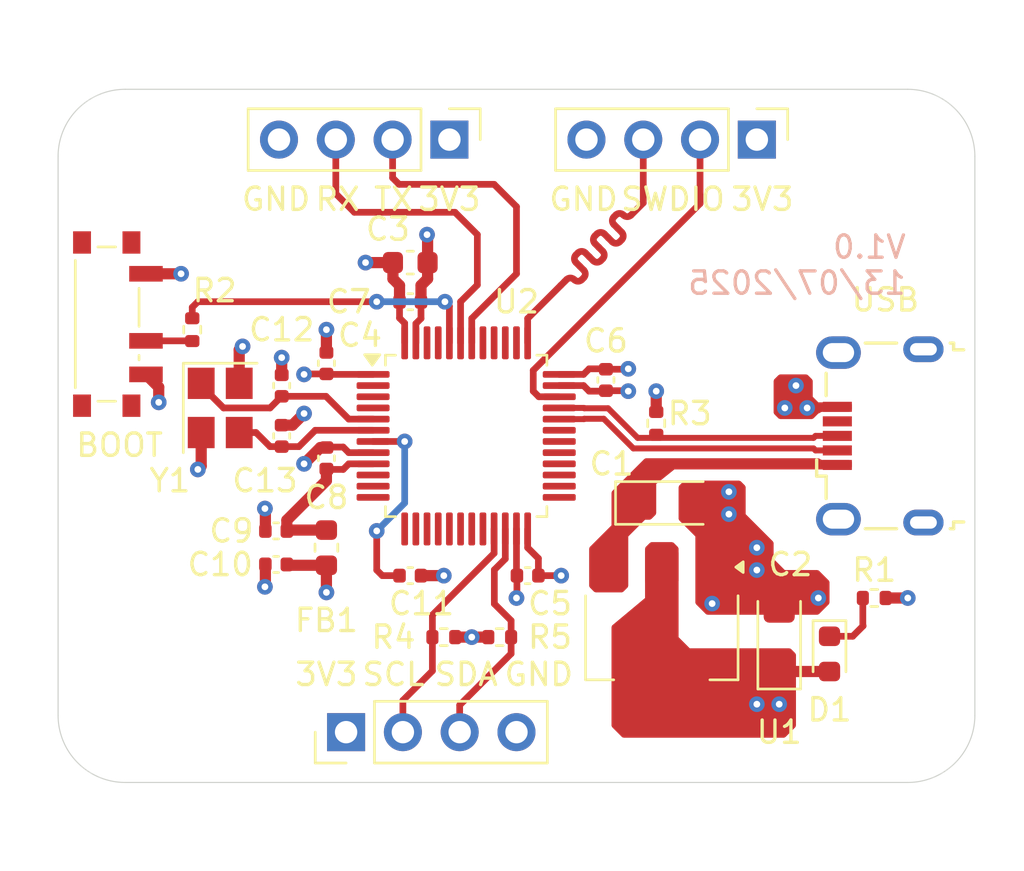
<source format=kicad_pcb>
(kicad_pcb (version 20241229) (generator "pcbnew") (generator_version "9.0")
  (title_block (title "STM32 Demo Board") (date "2025-06-12") (rev "1") (company "Ing. Andrés Chaparro"))
  (layers (0 "F.Cu" signal) (4 "In1.Cu" signal) (6 "In2.Cu" signal) (2 "B.Cu" signal) (13 "F.Paste" user) (15 "B.Paste" user) (5 "F.SilkS" user "F.Silkscreen") (7 "B.SilkS" user "B.Silkscreen") (1 "F.Mask" user) (3 "B.Mask" user) (25 "Edge.Cuts" user))
  (net 0 "")
  (net 1 "VBUS")
  (net 2 "GND")
  (net 3 "+3.3V")
  (net 4 "+3.3VA")
  (net 5 "/NRST")
  (net 6 "/HSE_IN")
  (net 7 "/HSE_OUT")
  (net 8 "/PWR_LED_K")
  (net 9 "/USB_D-")
  (net 11 "/USB_D+")
  (net 16 "/USART1_TX")
  (net 17 "/USART1_RX")
  (net 18 "/SWDIO")
  (net 19 "/SWCLK")
  (net 20 "/I2C2_SCL")
  (net 21 "/I2C2_SDA")
  (net 22 "/SW_BOOT0")
  (net 23 "/BOOT0")
  (footprint "Resistor_SMD:R_0402_1005Metric" (layer "F.Cu") (at 146.75 84 180)
    (property "Reference" "R4" (at 2.25 0 0) (layer "F.SilkS"))
    (property "Value" "2k2")
    (pad "1" smd roundrect (at -0.51 0 180) (size 0.54 0.64) (layers "F.Cu" "F.Mask" "F.Paste") (net 3 "+3.3V"))
    (pad "2" smd roundrect (at 0.51 0 180) (size 0.54 0.64) (layers "F.Cu" "F.Mask" "F.Paste") (net 20 "/I2C2_SCL"))
  )
  (footprint "Resistor_SMD:R_0402_1005Metric" (layer "F.Cu") (at 149.25 84)
    (property "Reference" "R5" (at 2.25 0 0) (layer "F.SilkS"))
    (property "Value" "2k2")
    (pad "1" smd roundrect (at -0.51 0) (size 0.54 0.64) (layers "F.Cu" "F.Mask" "F.Paste") (net 3 "+3.3V"))
    (pad "2" smd roundrect (at 0.51 0) (size 0.54 0.64) (layers "F.Cu" "F.Mask" "F.Paste") (net 21 "/I2C2_SDA"))
  )
  (footprint "Capacitor_SMD:C_0402_1005Metric" (layer "F.Cu") (at 145.25 69)
    (property "Reference" "C7" (at -2.75 0 0) (layer "F.SilkS"))
    (property "Value" "0.1u")
    (pad "1" smd roundrect (at -0.48 0) (size 0.56 0.62) (layers "F.Cu" "F.Mask" "F.Paste") (net 3 "+3.3V"))
    (pad "2" smd roundrect (at 0.48 0) (size 0.56 0.62) (layers "F.Cu" "F.Mask" "F.Paste") (net 2 "GND"))
  )
  (footprint "Capacitor_SMD:C_0402_1005Metric" (layer "F.Cu") (at 145.25 81.25)
    (property "Reference" "C11" (at 0.5 1.25 0) (layer "F.SilkS"))
    (property "Value" "0.1u")
    (pad "1" smd roundrect (at -0.48 0) (size 0.56 0.62) (layers "F.Cu" "F.Mask" "F.Paste") (net 5 "/NRST"))
    (pad "2" smd roundrect (at 0.48 0) (size 0.56 0.62) (layers "F.Cu" "F.Mask" "F.Paste") (net 2 "GND"))
  )
  (footprint "Inductor_SMD:L_0603_1608Metric" (layer "F.Cu") (at 141.5 80 -90)
    (property "Reference" "FB1" (at 3.25 0 180) (layer "F.SilkS"))
    (property "Value" "600R")
    (pad "1" smd roundrect (at -0.7875 0 270) (size 0.875 0.95) (layers "F.Cu" "F.Mask" "F.Paste") (net 4 "+3.3VA"))
    (pad "2" smd roundrect (at 0.7875 0 270) (size 0.875 0.95) (layers "F.Cu" "F.Mask" "F.Paste") (net 3 "+3.3V"))
  )
  (footprint "Capacitor_SMD:C_0402_1005Metric" (layer "F.Cu") (at 139.5 72.75 90)
    (property "Reference" "C12" (at 2.5 0 180) (layer "F.SilkS"))
    (property "Value" "15p")
    (pad "1" smd roundrect (at -0.48 0 90) (size 0.56 0.62) (layers "F.Cu" "F.Mask" "F.Paste") (net 6 "/HSE_IN"))
    (pad "2" smd roundrect (at 0.48 0 90) (size 0.56 0.62) (layers "F.Cu" "F.Mask" "F.Paste") (net 2 "GND"))
  )
  (footprint "MountingHole:MountingHole_2.2mm_M2" (layer "F.Cu") (at 167.5 62.5)
    (property "Reference" "H3")
    (property "Value" "MountingHole")
    (pad "" np_thru_hole circle (at 0 0) (size 2.2 2.2) (drill 2.2) (layers "*.Cu" "*.Mask"))
  )
  (footprint "Crystal:Crystal_SMD_3225-4Pin_3.2x2.5mm" (layer "F.Cu") (at 136.75 73.75 -90)
    (property "Reference" "Y1" (at 3.25 2.25 180) (layer "F.SilkS"))
    (property "Value" "8MHz")
    (pad "1" smd rect (at -1.1 0.85 270) (size 1.4 1.2) (layers "F.Cu" "F.Mask" "F.Paste") (net 6 "/HSE_IN"))
    (pad "2" smd rect (at 1.1 0.85 270) (size 1.4 1.2) (layers "F.Cu" "F.Mask" "F.Paste") (net 2 "GND"))
    (pad "3" smd rect (at 1.1 -0.85 270) (size 1.4 1.2) (layers "F.Cu" "F.Mask" "F.Paste") (net 7 "/HSE_OUT"))
    (pad "4" smd rect (at -1.1 -0.85 270) (size 1.4 1.2) (layers "F.Cu" "F.Mask" "F.Paste") (net 2 "GND"))
  )
  (footprint "Connector_PinHeader_2.54mm:PinHeader_1x04_P2.54mm_Vertical" (layer "F.Cu") (at 142.38 88.25 90)
    (property "Reference" "J4")
    (property "Value" "Conn_01x04_Pin")
    (pad "1" thru_hole rect (at 0 0 90) (size 1.7 1.7) (drill 1) (layers "*.Cu" "*.Mask") (net 3 "+3.3V"))
    (pad "2" thru_hole circle (at 0 2.54 90) (size 1.7 1.7) (drill 1) (layers "*.Cu" "*.Mask") (net 20 "/I2C2_SCL"))
    (pad "3" thru_hole circle (at 0 5.08 90) (size 1.7 1.7) (drill 1) (layers "*.Cu" "*.Mask") (net 21 "/I2C2_SDA"))
    (pad "4" thru_hole circle (at 0 7.62 90) (size 1.7 1.7) (drill 1) (layers "*.Cu" "*.Mask") (net 2 "GND"))
  )
  (footprint "Capacitor_SMD:C_0402_1005Metric" (layer "F.Cu") (at 154 72.5 -90)
    (property "Reference" "C6" (at -1.75 0 180) (layer "F.SilkS"))
    (property "Value" "0.1u")
    (pad "1" smd roundrect (at -0.48 0 270) (size 0.56 0.62) (layers "F.Cu" "F.Mask" "F.Paste") (net 3 "+3.3V"))
    (pad "2" smd roundrect (at 0.48 0 270) (size 0.56 0.62) (layers "F.Cu" "F.Mask" "F.Paste") (net 2 "GND"))
  )
  (footprint "Capacitor_Tantalum_SMD:CP_EIA-3216-18_Kemet-A" (layer "F.Cu") (at 156.75 78)
    (property "Reference" "C1" (at -2.5 -1.75 0) (layer "F.SilkS"))
    (property "Value" "22u")
    (pad "1" smd roundrect (at -1.3525 0) (size 1.415 1.39) (layers "F.Cu" "F.Mask" "F.Paste") (roundrect_rratio 0.179856) (net 1 "VBUS"))
    (pad "2" smd roundrect (at 1.3525 0) (size 1.415 1.39) (layers "F.Cu" "F.Mask" "F.Paste") (roundrect_rratio 0.179856) (net 2 "GND"))
  )
  (footprint "Package_QFP:LQFP-48_7x7mm_P0.5mm" (layer "F.Cu") (at 147.75 75)
    (property "Reference" "U2" (at 2.25 -6 0) (layer "F.SilkS"))
    (property "Value" "STM32F103C8T6")
    (pad "1" smd roundrect (at -4.1625 -2.75) (size 1.475 0.3) (layers "F.Cu" "F.Mask" "F.Paste") (net 3 "+3.3V"))
    (pad "2" smd roundrect (at -4.1625 -2.25) (size 1.475 0.3) (layers "F.Cu" "F.Mask" "F.Paste"))
    (pad "3" smd roundrect (at -4.1625 -1.75) (size 1.475 0.3) (layers "F.Cu" "F.Mask" "F.Paste"))
    (pad "4" smd roundrect (at -4.1625 -1.25) (size 1.475 0.3) (layers "F.Cu" "F.Mask" "F.Paste"))
    (pad "5" smd roundrect (at -4.1625 -0.75) (size 1.475 0.3) (layers "F.Cu" "F.Mask" "F.Paste") (net 6 "/HSE_IN"))
    (pad "6" smd roundrect (at -4.1625 -0.25) (size 1.475 0.3) (layers "F.Cu" "F.Mask" "F.Paste") (net 7 "/HSE_OUT"))
    (pad "7" smd roundrect (at -4.1625 0.25) (size 1.475 0.3) (layers "F.Cu" "F.Mask" "F.Paste") (net 5 "/NRST"))
    (pad "8" smd roundrect (at -4.1625 0.75) (size 1.475 0.3) (layers "F.Cu" "F.Mask" "F.Paste") (net 2 "GND"))
    (pad "9" smd roundrect (at -4.1625 1.25) (size 1.475 0.3) (layers "F.Cu" "F.Mask" "F.Paste") (net 4 "+3.3VA"))
    (pad "10" smd roundrect (at -4.1625 1.75) (size 1.475 0.3) (layers "F.Cu" "F.Mask" "F.Paste"))
    (pad "11" smd roundrect (at -4.1625 2.25) (size 1.475 0.3) (layers "F.Cu" "F.Mask" "F.Paste"))
    (pad "12" smd roundrect (at -4.1625 2.75) (size 1.475 0.3) (layers "F.Cu" "F.Mask" "F.Paste"))
    (pad "13" smd roundrect (at -2.75 4.1625) (size 0.3 1.475) (layers "F.Cu" "F.Mask" "F.Paste"))
    (pad "14" smd roundrect (at -2.25 4.1625) (size 0.3 1.475) (layers "F.Cu" "F.Mask" "F.Paste"))
    (pad "15" smd roundrect (at -1.75 4.1625) (size 0.3 1.475) (layers "F.Cu" "F.Mask" "F.Paste"))
    (pad "16" smd roundrect (at -1.25 4.1625) (size 0.3 1.475) (layers "F.Cu" "F.Mask" "F.Paste"))
    (pad "17" smd roundrect (at -0.75 4.1625) (size 0.3 1.475) (layers "F.Cu" "F.Mask" "F.Paste"))
    (pad "18" smd roundrect (at -0.25 4.1625) (size 0.3 1.475) (layers "F.Cu" "F.Mask" "F.Paste"))
    (pad "19" smd roundrect (at 0.25 4.1625) (size 0.3 1.475) (layers "F.Cu" "F.Mask" "F.Paste"))
    (pad "20" smd roundrect (at 0.75 4.1625) (size 0.3 1.475) (layers "F.Cu" "F.Mask" "F.Paste"))
    (pad "21" smd roundrect (at 1.25 4.1625) (size 0.3 1.475) (layers "F.Cu" "F.Mask" "F.Paste") (net 20 "/I2C2_SCL"))
    (pad "22" smd roundrect (at 1.75 4.1625) (size 0.3 1.475) (layers "F.Cu" "F.Mask" "F.Paste") (net 21 "/I2C2_SDA"))
    (pad "23" smd roundrect (at 2.25 4.1625) (size 0.3 1.475) (layers "F.Cu" "F.Mask" "F.Paste") (net 2 "GND"))
    (pad "24" smd roundrect (at 2.75 4.1625) (size 0.3 1.475) (layers "F.Cu" "F.Mask" "F.Paste") (net 3 "+3.3V"))
    (pad "25" smd roundrect (at 4.1625 2.75) (size 1.475 0.3) (layers "F.Cu" "F.Mask" "F.Paste"))
    (pad "26" smd roundrect (at 4.1625 2.25) (size 1.475 0.3) (layers "F.Cu" "F.Mask" "F.Paste"))
    (pad "27" smd roundrect (at 4.1625 1.75) (size 1.475 0.3) (layers "F.Cu" "F.Mask" "F.Paste"))
    (pad "28" smd roundrect (at 4.1625 1.25) (size 1.475 0.3) (layers "F.Cu" "F.Mask" "F.Paste"))
    (pad "29" smd roundrect (at 4.1625 0.75) (size 1.475 0.3) (layers "F.Cu" "F.Mask" "F.Paste"))
    (pad "30" smd roundrect (at 4.1625 0.25) (size 1.475 0.3) (layers "F.Cu" "F.Mask" "F.Paste"))
    (pad "31" smd roundrect (at 4.1625 -0.25) (size 1.475 0.3) (layers "F.Cu" "F.Mask" "F.Paste"))
    (pad "32" smd roundrect (at 4.1625 -0.75) (size 1.475 0.3) (layers "F.Cu" "F.Mask" "F.Paste") (net 9 "/USB_D-"))
    (pad "33" smd roundrect (at 4.1625 -1.25) (size 1.475 0.3) (layers "F.Cu" "F.Mask" "F.Paste") (net 11 "/USB_D+"))
    (pad "34" smd roundrect (at 4.1625 -1.75) (size 1.475 0.3) (layers "F.Cu" "F.Mask" "F.Paste") (net 18 "/SWDIO"))
    (pad "35" smd roundrect (at 4.1625 -2.25) (size 1.475 0.3) (layers "F.Cu" "F.Mask" "F.Paste") (net 2 "GND"))
    (pad "36" smd roundrect (at 4.1625 -2.75) (size 1.475 0.3) (layers "F.Cu" "F.Mask" "F.Paste") (net 3 "+3.3V"))
    (pad "37" smd roundrect (at 2.75 -4.1625) (size 0.3 1.475) (layers "F.Cu" "F.Mask" "F.Paste") (net 19 "/SWCLK"))
    (pad "38" smd roundrect (at 2.25 -4.1625) (size 0.3 1.475) (layers "F.Cu" "F.Mask" "F.Paste"))
    (pad "39" smd roundrect (at 1.75 -4.1625) (size 0.3 1.475) (layers "F.Cu" "F.Mask" "F.Paste"))
    (pad "40" smd roundrect (at 1.25 -4.1625) (size 0.3 1.475) (layers "F.Cu" "F.Mask" "F.Paste"))
    (pad "41" smd roundrect (at 0.75 -4.1625) (size 0.3 1.475) (layers "F.Cu" "F.Mask" "F.Paste"))
    (pad "42" smd roundrect (at 0.25 -4.1625) (size 0.3 1.475) (layers "F.Cu" "F.Mask" "F.Paste") (net 16 "/USART1_TX"))
    (pad "43" smd roundrect (at -0.25 -4.1625) (size 0.3 1.475) (layers "F.Cu" "F.Mask" "F.Paste") (net 17 "/USART1_RX"))
    (pad "44" smd roundrect (at -0.75 -4.1625) (size 0.3 1.475) (layers "F.Cu" "F.Mask" "F.Paste") (net 23 "/BOOT0"))
    (pad "45" smd roundrect (at -1.25 -4.1625) (size 0.3 1.475) (layers "F.Cu" "F.Mask" "F.Paste"))
    (pad "46" smd roundrect (at -1.75 -4.1625) (size 0.3 1.475) (layers "F.Cu" "F.Mask" "F.Paste"))
    (pad "47" smd roundrect (at -2.25 -4.1625) (size 0.3 1.475) (layers "F.Cu" "F.Mask" "F.Paste") (net 2 "GND"))
    (pad "48" smd roundrect (at -2.75 -4.1625) (size 0.3 1.475) (layers "F.Cu" "F.Mask" "F.Paste") (net 3 "+3.3V"))
  )
  (footprint "Capacitor_SMD:C_0402_1005Metric" (layer "F.Cu") (at 139.25 79.25 180)
    (property "Reference" "C9" (at 2 0 0) (layer "F.SilkS"))
    (property "Value" "1u")
    (pad "1" smd roundrect (at -0.48 0 180) (size 0.56 0.62) (layers "F.Cu" "F.Mask" "F.Paste") (net 4 "+3.3VA"))
    (pad "2" smd roundrect (at 0.48 0 180) (size 0.56 0.62) (layers "F.Cu" "F.Mask" "F.Paste") (net 2 "GND"))
  )
  (footprint "Resistor_SMD:R_0402_1005Metric" (layer "F.Cu") (at 156.25 74.44 -90)
    (property "Reference" "R3" (at -0.44 -1.5 0) (layer "F.SilkS"))
    (property "Value" "1k5")
    (pad "1" smd roundrect (at -0.51 0 270) (size 0.54 0.64) (layers "F.Cu" "F.Mask" "F.Paste") (net 3 "+3.3V"))
    (pad "2" smd roundrect (at 0.51 0 270) (size 0.54 0.64) (layers "F.Cu" "F.Mask" "F.Paste") (net 11 "/USB_D+"))
  )
  (footprint "LED_SMD:LED_0603_1608Metric" (layer "F.Cu") (at 164 84.75 -90)
    (property "Reference" "D1" (at 2.5 0 180) (layer "F.SilkS"))
    (property "Value" "RED")
    (pad "1" smd roundrect (at -0.7875 0 270) (size 0.875 0.95) (layers "F.Cu" "F.Mask" "F.Paste") (net 8 "/PWR_LED_K"))
    (pad "2" smd roundrect (at 0.7875 0 270) (size 0.875 0.95) (layers "F.Cu" "F.Mask" "F.Paste") (net 3 "+3.3V"))
  )
  (footprint "MountingHole:MountingHole_2.2mm_M2" (layer "F.Cu") (at 132.5 87.5)
    (property "Reference" "H2")
    (property "Value" "MountingHole")
    (pad "" np_thru_hole circle (at 0 0) (size 2.2 2.2) (drill 2.2) (layers "*.Cu" "*.Mask"))
  )
  (footprint "Connector_PinHeader_2.54mm:PinHeader_1x04_P2.54mm_Vertical" (layer "F.Cu") (at 147 61.75 -90)
    (property "Reference" "J2")
    (property "Value" "Conn_01x04_Pin")
    (pad "1" thru_hole rect (at 0 0 270) (size 1.7 1.7) (drill 1) (layers "*.Cu" "*.Mask") (net 3 "+3.3V"))
    (pad "2" thru_hole circle (at 0 2.54 270) (size 1.7 1.7) (drill 1) (layers "*.Cu" "*.Mask") (net 16 "/USART1_TX"))
    (pad "3" thru_hole circle (at 0 5.08 270) (size 1.7 1.7) (drill 1) (layers "*.Cu" "*.Mask") (net 17 "/USART1_RX"))
    (pad "4" thru_hole circle (at 0 7.62 270) (size 1.7 1.7) (drill 1) (layers "*.Cu" "*.Mask") (net 2 "GND"))
  )
  (footprint "Resistor_SMD:R_0402_1005Metric" (layer "F.Cu") (at 135.5 70.25 90)
    (property "Reference" "R2" (at 1.75 1 180) (layer "F.SilkS"))
    (property "Value" "10k")
    (pad "1" smd roundrect (at -0.51 0 90) (size 0.54 0.64) (layers "F.Cu" "F.Mask" "F.Paste") (net 22 "/SW_BOOT0"))
    (pad "2" smd roundrect (at 0.51 0 90) (size 0.54 0.64) (layers "F.Cu" "F.Mask" "F.Paste") (net 23 "/BOOT0"))
  )
  (footprint "Connector_PinHeader_2.54mm:PinHeader_1x04_P2.54mm_Vertical" (layer "F.Cu") (at 160.75 61.75 -90)
    (property "Reference" "J3")
    (property "Value" "Conn_01x04_Pin")
    (pad "1" thru_hole rect (at 0 0 270) (size 1.7 1.7) (drill 1) (layers "*.Cu" "*.Mask") (net 3 "+3.3V"))
    (pad "2" thru_hole circle (at 0 2.54 270) (size 1.7 1.7) (drill 1) (layers "*.Cu" "*.Mask") (net 18 "/SWDIO"))
    (pad "3" thru_hole circle (at 0 5.08 270) (size 1.7 1.7) (drill 1) (layers "*.Cu" "*.Mask") (net 19 "/SWCLK"))
    (pad "4" thru_hole circle (at 0 7.62 270) (size 1.7 1.7) (drill 1) (layers "*.Cu" "*.Mask") (net 2 "GND"))
  )
  (footprint "Capacitor_SMD:C_0603_1608Metric" (layer "F.Cu") (at 145.25 67.25)
    (property "Reference" "C3" (at -1 -1.5 0) (layer "F.SilkS"))
    (property "Value" "10u")
    (pad "1" smd roundrect (at -0.775 0) (size 0.9 0.95) (layers "F.Cu" "F.Mask" "F.Paste") (net 3 "+3.3V"))
    (pad "2" smd roundrect (at 0.775 0) (size 0.9 0.95) (layers "F.Cu" "F.Mask" "F.Paste") (net 2 "GND"))
  )
  (footprint "Capacitor_SMD:C_0402_1005Metric" (layer "F.Cu") (at 139.5 75 90)
    (property "Reference" "C13" (at -2 -0.75 0) (layer "F.SilkS"))
    (property "Value" "15p")
    (pad "1" smd roundrect (at -0.48 0 90) (size 0.56 0.62) (layers "F.Cu" "F.Mask" "F.Paste") (net 7 "/HSE_OUT"))
    (pad "2" smd roundrect (at 0.48 0 90) (size 0.56 0.62) (layers "F.Cu" "F.Mask" "F.Paste") (net 2 "GND"))
  )
  (footprint "Capacitor_SMD:C_0402_1005Metric" (layer "F.Cu") (at 139.25 80.75 180)
    (property "Reference" "C10" (at 2.5 0 0) (layer "F.SilkS"))
    (property "Value" "1u")
    (pad "1" smd roundrect (at -0.48 0 180) (size 0.56 0.62) (layers "F.Cu" "F.Mask" "F.Paste") (net 3 "+3.3V"))
    (pad "2" smd roundrect (at 0.48 0 180) (size 0.56 0.62) (layers "F.Cu" "F.Mask" "F.Paste") (net 2 "GND"))
  )
  (footprint "MountingHole:MountingHole_2.2mm_M2" (layer "F.Cu") (at 132.5 62.5)
    (property "Reference" "H1")
    (property "Value" "MountingHole")
    (pad "" np_thru_hole circle (at 0 0) (size 2.2 2.2) (drill 2.2) (layers "*.Cu" "*.Mask"))
  )
  (footprint "MountingHole:MountingHole_2.2mm_M2" (layer "F.Cu") (at 167.5 87.5)
    (property "Reference" "H4")
    (property "Value" "MountingHole")
    (pad "" np_thru_hole circle (at 0 0) (size 2.2 2.2) (drill 2.2) (layers "*.Cu" "*.Mask"))
  )
  (footprint "Connector_USB:USB_Micro-B_Wuerth_629105150521" (layer "F.Cu") (at 166.25 75 90)
    (property "Reference" "J1")
    (property "Value" "USB_B_Micro")
    (pad "" np_thru_hole oval (at -2.5 -0.8 90) (size 0.8 0.8) (drill 0.8) (layers "*.Cu" "*.Mask"))
    (pad "" np_thru_hole oval (at 2.5 -0.8 90) (size 0.8 0.8) (drill 0.8) (layers "*.Cu" "*.Mask"))
    (pad "1" smd rect (at -1.3 -1.9 90) (size 0.45 1.3) (layers "F.Cu" "F.Mask" "F.Paste") (net 1 "VBUS"))
    (pad "2" smd rect (at -0.65 -1.9 90) (size 0.45 1.3) (layers "F.Cu" "F.Mask" "F.Paste") (net 9 "/USB_D-"))
    (pad "3" smd rect (at 0 -1.9 90) (size 0.45 1.3) (layers "F.Cu" "F.Mask" "F.Paste") (net 11 "/USB_D+"))
    (pad "4" smd rect (at 0.65 -1.9 90) (size 0.45 1.3) (layers "F.Cu" "F.Mask" "F.Paste"))
    (pad "5" smd rect (at 1.3 -1.9 90) (size 0.45 1.3) (layers "F.Cu" "F.Mask" "F.Paste") (net 2 "GND"))
    (pad "6" thru_hole oval (at -3.875 1.95 90) (size 1.15 1.8) (drill oval 0.55 1.2) (property pad_prop_heatsink) (layers "*.Cu" "*.Mask"))
    (pad "6" thru_hole oval (at -3.725 -1.85 90) (size 1.45 2) (drill oval 0.85 1.4) (property pad_prop_heatsink) (layers "*.Cu" "*.Mask"))
    (pad "6" thru_hole oval (at 3.725 -1.85 90) (size 1.45 2) (drill oval 0.85 1.4) (property pad_prop_heatsink) (layers "*.Cu" "*.Mask"))
    (pad "6" thru_hole oval (at 3.875 1.95 90) (size 1.15 1.8) (drill oval 0.55 1.2) (property pad_prop_heatsink) (layers "*.Cu" "*.Mask"))
  )
  (footprint "Capacitor_SMD:C_0402_1005Metric" (layer "F.Cu") (at 141.5 76 90)
    (property "Reference" "C8" (at -1.75 0 180) (layer "F.SilkS"))
    (property "Value" "0.1u")
    (pad "1" smd roundrect (at -0.48 0 90) (size 0.56 0.62) (layers "F.Cu" "F.Mask" "F.Paste") (net 4 "+3.3VA"))
    (pad "2" smd roundrect (at 0.48 0 90) (size 0.56 0.62) (layers "F.Cu" "F.Mask" "F.Paste") (net 2 "GND"))
  )
  (footprint "Capacitor_SMD:C_0402_1005Metric" (layer "F.Cu") (at 141.5 71.75 90)
    (property "Reference" "C4" (at 1.25 1.5 180) (layer "F.SilkS"))
    (property "Value" "0.1u")
    (pad "1" smd roundrect (at -0.48 0 90) (size 0.56 0.62) (layers "F.Cu" "F.Mask" "F.Paste") (net 3 "+3.3V"))
    (pad "2" smd roundrect (at 0.48 0 90) (size 0.56 0.62) (layers "F.Cu" "F.Mask" "F.Paste") (net 2 "GND"))
  )
  (footprint "Package_TO_SOT_SMD:SOT-223-3_TabPin2" (layer "F.Cu") (at 156.5 84 -90)
    (property "Reference" "U1" (at 4.25 -5.25 180) (layer "F.SilkS"))
    (property "Value" "AMS1117-3.3")
    (pad "1" smd roundrect (at -3.15 -2.3 270) (size 2 1.5) (layers "F.Cu" "F.Mask" "F.Paste") (net 2 "GND"))
    (pad "2" smd roundrect (at -3.15 0 270) (size 2 1.5) (layers "F.Cu" "F.Mask" "F.Paste") (net 3 "+3.3V"))
    (pad "2" smd roundrect (at 3.15 0 270) (size 2 3.8) (layers "F.Cu" "F.Mask" "F.Paste") (net 3 "+3.3V"))
    (pad "3" smd roundrect (at -3.15 2.3 270) (size 2 1.5) (layers "F.Cu" "F.Mask" "F.Paste") (net 1 "VBUS"))
  )
  (footprint "Capacitor_SMD:C_0402_1005Metric" (layer "F.Cu") (at 150.5 81.25 180)
    (property "Reference" "C5" (at -1 -1.25 0) (layer "F.SilkS"))
    (property "Value" "0.1u")
    (pad "1" smd roundrect (at -0.48 0 180) (size 0.56 0.62) (layers "F.Cu" "F.Mask" "F.Paste") (net 3 "+3.3V"))
    (pad "2" smd roundrect (at 0.48 0 180) (size 0.56 0.62) (layers "F.Cu" "F.Mask" "F.Paste") (net 2 "GND"))
  )
  (footprint "Button_Switch_SMD:SW_SPDT_PCM12" (layer "F.Cu") (at 132 70 -90)
    (property "Reference" "SW1")
    (property "Value" "SW_SPDT")
    (pad "" smd rect (at -3.65 -0.78 270) (size 1 0.8) (layers "F.Cu" "F.Mask" "F.Paste"))
    (pad "" smd rect (at -3.65 1.43 270) (size 1 0.8) (layers "F.Cu" "F.Mask" "F.Paste"))
    (pad "" np_thru_hole circle (at -1.5 0.33 270) (size 0.9 0.9) (drill 0.9) (layers "*.Cu" "*.Mask"))
    (pad "" np_thru_hole circle (at 1.5 0.33 270) (size 0.9 0.9) (drill 0.9) (layers "*.Cu" "*.Mask"))
    (pad "" smd rect (at 3.65 -0.78 270) (size 1 0.8) (layers "F.Cu" "F.Mask" "F.Paste"))
    (pad "" smd rect (at 3.65 1.43 270) (size 1 0.8) (layers "F.Cu" "F.Mask" "F.Paste"))
    (pad "1" smd rect (at -2.25 -1.43 270) (size 0.7 1.5) (layers "F.Cu" "F.Mask" "F.Paste") (net 2 "GND"))
    (pad "2" smd rect (at 0.75 -1.43 270) (size 0.7 1.5) (layers "F.Cu" "F.Mask" "F.Paste") (net 22 "/SW_BOOT0"))
    (pad "3" smd rect (at 2.25 -1.43 270) (size 0.7 1.5) (layers "F.Cu" "F.Mask" "F.Paste") (net 3 "+3.3V"))
  )
  (footprint "Resistor_SMD:R_0402_1005Metric" (layer "F.Cu") (at 166 82.25)
    (property "Reference" "R1" (at 0 -1.25 0) (layer "F.SilkS"))
    (property "Value" "1k")
    (pad "1" smd roundrect (at -0.51 0) (size 0.54 0.64) (layers "F.Cu" "F.Mask" "F.Paste") (net 8 "/PWR_LED_K"))
    (pad "2" smd roundrect (at 0.51 0) (size 0.54 0.64) (layers "F.Cu" "F.Mask" "F.Paste") (net 2 "GND"))
  )
  (footprint "Capacitor_Tantalum_SMD:CP_EIA-3216-18_Kemet-A" (layer "F.Cu") (at 161.75 84 90)
    (property "Reference" "C2" (at 3.25 0.5 180) (layer "F.SilkS"))
    (property "Value" "22u")
    (pad "1" smd roundrect (at -1.3525 0 90) (size 1.415 1.39) (layers "F.Cu" "F.Mask" "F.Paste") (roundrect_rratio 0.179856) (net 3 "+3.3V"))
    (pad "2" smd roundrect (at 1.3525 0 90) (size 1.415 1.39) (layers "F.Cu" "F.Mask" "F.Paste") (roundrect_rratio 0.179856) (net 2 "GND"))
  )
  (gr_arc (start 167.5 59.5) (mid 169.62132 60.37868) (end 170.5 62.5) (stroke (width 0.05)) (layer "Edge.Cuts"))
  (gr_line (start 129.5 62.5) (end 129.5 87.5) (stroke (width 0.05)) (layer "Edge.Cuts"))
  (gr_arc (start 170.5 87.5) (mid 169.62132 89.62132) (end 167.5 90.5) (stroke (width 0.05)) (layer "Edge.Cuts"))
  (gr_arc (start 132.5 90.5) (mid 130.37868 89.62132) (end 129.5 87.5) (stroke (width 0.05)) (layer "Edge.Cuts"))
  (gr_line (start 167.5 59.5) (end 132.5 59.5) (stroke (width 0.05)) (layer "Edge.Cuts"))
  (gr_arc (start 129.5 62.5) (mid 130.37868 60.37868) (end 132.5 59.5) (stroke (width 0.05)) (layer "Edge.Cuts"))
  (gr_line (start 132.5 90.5) (end 167.5 90.5) (stroke (width 0.05)) (layer "Edge.Cuts"))
  (gr_line (start 170.5 87.5) (end 170.5 62.5) (stroke (width 0.05)) (layer "Edge.Cuts"))
  (gr_text "SWDIO" (at 157 65 0) (layer "F.SilkS") (effects (font (size 1 1)) (justify bottom)))
  (gr_text "GND" (at 151 86.25 0) (layer "F.SilkS") (effects (font (size 1 1)) (justify bottom)))
  (gr_text "RX" (at 142 65 0) (layer "F.SilkS") (effects (font (size 1 1)) (justify bottom)))
  (gr_text "USB" (at 166.5 69.5 0) (layer "F.SilkS") (effects (font (size 1 1)) (justify bottom)))
  (gr_text "BOOT" (at 132.25 76 0) (layer "F.SilkS") (effects (font (size 1 1)) (justify bottom)))
  (gr_text "TX" (at 144.5 65 0) (layer "F.SilkS") (effects (font (size 1 1)) (justify bottom)))
  (gr_text "GND" (at 153 65 0) (layer "F.SilkS") (effects (font (size 1 1)) (justify bottom)))
  (gr_text "3V3" (at 161 65 0) (layer "F.SilkS") (effects (font (size 1 1)) (justify bottom)))
  (gr_text "3V3" (at 141.5 86.25 0) (layer "F.SilkS") (effects (font (size 1 1)) (justify bottom)))
  (gr_text "GND" (at 139.25 65 0) (layer "F.SilkS") (effects (font (size 1 1)) (justify bottom)))
  (gr_text "SCL" (at 144.5 86.25 0) (layer "F.SilkS") (effects (font (size 1 1)) (justify bottom)))
  (gr_text "3V3" (at 147 65 0) (layer "F.SilkS") (effects (font (size 1 1)) (justify bottom)))
  (gr_text "SDA" (at 147.75 86.25 0) (layer "F.SilkS") (effects (font (size 1 1)) (justify bottom)))
  (gr_text "V1.0\n13/07/2025" (at 167.5 68.75 0) (layer "B.SilkS") (effects (font (size 1 1)) (justify left bottom mirror)))
  (segment (start 145.73 68.27) (end 145.73 69) (width 0.5) (layer "F.Cu") (net 2))
  (segment (start 139.98 74.52) (end 140.5 74) (width 0.5) (layer "F.Cu") (net 2))
  (segment (start 153.98 73) (end 154 72.98) (width 0.3) (layer "F.Cu") (net 2))
  (segment (start 141.23 75.52) (end 141.5 75.52) (width 0.5) (layer "F.Cu") (net 2))
  (segment (start 137.6 71.15) (end 137.75 71) (width 0.5) (layer "F.Cu") (net 2))
  (segment (start 145.5 70.8375) (end 145.5 69.98) (width 0.3) (layer "F.Cu") (net 2))
  (segment (start 146.025 67.25) (end 146.025 66.025) (width 0.5) (layer "F.Cu") (net 2))
  (segment (start 138.77 78.27) (end 138.75 78.25) (width 0.5) (layer "F.Cu") (net 2))
  (segment (start 150.02 81.25) (end 150.02 82.23) (width 0.3) (layer "F.Cu") (net 2))
  (segment (start 139.5 74.52) (end 139.98 74.52) (width 0.5) (layer "F.Cu") (net 2))
  (segment (start 146.025 67.975) (end 145.73 68.27) (width 0.5) (layer "F.Cu") (net 2))
  (segment (start 154 72.98) (end 154.98 72.98) (width 0.3) (layer "F.Cu") (net 2))
  (segment (start 137.6 72.65) (end 137.6 71.15) (width 0.5) (layer "F.Cu") (net 2))
  (segment (start 141.52 75.5) (end 141.5 75.52) (width 0.3) (layer "F.Cu") (net 2))
  (segment (start 145.73 69.75) (end 145.73 69) (width 0.3) (layer "F.Cu") (net 2))
  (segment (start 151.9125 72.75) (end 153 72.75) (width 0.3) (layer "F.Cu") (net 2))
  (segment (start 142.5 75.75) (end 142.25 75.5) (width 0.3) (layer "F.Cu") (net 2))
  (segment (start 146.025 67.25) (end 146.025 67.975) (width 0.5) (layer "F.Cu") (net 2))
  (segment (start 135.9 76.35) (end 135.75 76.5) (width 0.5) (layer "F.Cu") (net 2))
  (segment (start 133.43 67.75) (end 135 67.75) (width 0.5) (layer "F.Cu") (net 2))
  (segment (start 150.02 82.23) (end 150 82.25) (width 0.3) (layer "F.Cu") (net 2))
  (segment (start 145.73 81.25) (end 146.75 81.25) (width 0.5) (layer "F.Cu") (net 2))
  (segment (start 153 72.75) (end 153.25 73) (width 0.3) (layer "F.Cu") (net 2))
  (segment (start 150 81.23) (end 150.02 81.25) (width 0.3) (layer "F.Cu") (net 2))
  (segment (start 143.5875 75.75) (end 142.5 75.75) (width 0.3) (layer "F.Cu") (net 2))
  (segment (start 142.25 75.5) (end 141.52 75.5) (width 0.3) (layer "F.Cu") (net 2))
  (segment (start 146.025 66.025) (end 146 66) (width 0.5) (layer "F.Cu") (net 2))
  (segment (start 135.9 74.85) (end 135.9 76.35) (width 0.5) (layer "F.Cu") (net 2))
  (segment (start 145.5 69.98) (end 145.73 69.75) (width 0.3) (layer "F.Cu") (net 2))
  (segment (start 153.25 73) (end 153.98 73) (width 0.3) (layer "F.Cu") (net 2))
  (segment (start 141.5 71.27) (end 141.5 70.25) (width 0.5) (layer "F.Cu") (net 2))
  (segment (start 166.51 82.25) (end 167.5 82.25) (width 0.5) (layer "F.Cu") (net 2))
  (segment (start 139.5 72.27) (end 139.5 71.5) (width 0.5) (layer "F.Cu") (net 2))
  (segment (start 138.77 79.25) (end 138.77 78.27) (width 0.5) (layer "F.Cu") (net 2))
  (segment (start 140.5 76.25) (end 141.23 75.52) (width 0.5) (layer "F.Cu") (net 2))
  (segment (start 154.98 72.98) (end 155 73) (width 0.3) (layer "F.Cu") (net 2))
  (segment (start 150 79.1625) (end 150 81.23) (width 0.3) (layer "F.Cu") (net 2))
  (segment (start 138.77 80.75) (end 138.77 81.73) (width 0.5) (layer "F.Cu") (net 2))
  (segment (start 138.77 81.73) (end 138.75 81.75) (width 0.5) (layer "F.Cu") (net 2))
  (via (at 155 73) (size 0.7) (drill 0.3) (layers "F.Cu" "B.Cu") (net 2))
  (via (at 135 67.75) (size 0.7) (drill 0.3) (layers "F.Cu" "B.Cu") (net 2))
  (via (at 135.75 76.5) (size 0.7) (drill 0.3) (layers "F.Cu" "B.Cu") (net 2))
  (via (at 159.5 78.5) (size 0.7) (drill 0.3) (layers "F.Cu" "B.Cu") (net 2))
  (via (at 163.5 82.25) (size 0.7) (drill 0.3) (layers "F.Cu" "B.Cu") (net 2))
  (via (at 163 73.75) (size 0.7) (drill 0.3) (layers "F.Cu" "B.Cu") (net 2))
  (via (at 162.5 72.75) (size 0.7) (drill 0.3) (layers "F.Cu" "B.Cu") (net 2))
  (via (at 146.75 81.25) (size 0.7) (drill 0.3) (layers "F.Cu" "B.Cu") (net 2))
  (via (at 140.5 74) (size 0.7) (drill 0.3) (layers "F.Cu" "B.Cu") (net 2))
  (via (at 141.5 70.25) (size 0.7) (drill 0.3) (layers "F.Cu" "B.Cu") (net 2))
  (via (at 137.75 71) (size 0.7) (drill 0.3) (layers "F.Cu" "B.Cu") (net 2))
  (via (at 138.75 78.25) (size 0.7) (drill 0.3) (layers "F.Cu" "B.Cu") (net 2))
  (via (at 160.75 81) (size 0.7) (drill 0.3) (layers "F.Cu" "B.Cu") (net 2))
  (via (at 158.75 82.5) (size 0.7) (drill 0.3) (layers "F.Cu" "B.Cu") (net 2))
  (via (at 140.5 76.25) (size 0.7) (drill 0.3) (layers "F.Cu" "B.Cu") (net 2))
  (via (at 159.5 77.5) (size 0.7) (drill 0.3) (layers "F.Cu" "B.Cu") (net 2))
  (via (at 139.5 71.5) (size 0.7) (drill 0.3) (layers "F.Cu" "B.Cu") (net 2))
  (via (at 160.75 80) (size 0.7) (drill 0.3) (layers "F.Cu" "B.Cu") (net 2))
  (via (at 146 66) (size 0.7) (drill 0.3) (layers "F.Cu" "B.Cu") (net 2))
  (via (at 138.75 81.75) (size 0.7) (drill 0.3) (layers "F.Cu" "B.Cu") (net 2))
  (via (at 150 82.25) (size 0.7) (drill 0.3) (layers "F.Cu" "B.Cu") (net 2))
  (via (at 167.5 82.25) (size 0.7) (drill 0.3) (layers "F.Cu" "B.Cu") (net 2))
  (via (at 162 73.75) (size 0.7) (drill 0.3) (layers "F.Cu" "B.Cu") (net 2))
  (segment (start 153.25 72) (end 153.98 72) (width 0.3) (layer "F.Cu") (net 3))
  (segment (start 148 84) (end 148.74 84) (width 0.5) (layer "F.Cu") (net 3))
  (segment (start 164 85.5375) (end 161.935 85.5375) (width 0.5) (layer "F.Cu") (net 3))
  (segment (start 153.98 72) (end 154 72.02) (width 0.3) (layer "F.Cu") (net 3))
  (segment (start 141.5 72.23) (end 140.52 72.23) (width 0.3) (layer "F.Cu") (net 3))
  (segment (start 150.98 81.25) (end 150.98 80.48) (width 0.3) (layer "F.Cu") (net 3))
  (segment (start 133.43 72.25) (end 134 72.82) (width 0.5) (layer "F.Cu") (net 3))
  (segment (start 143.5875 72.25) (end 141.52 72.25) (width 0.3) (layer "F.Cu") (net 3))
  (segment (start 156.25 73.93) (end 156.25 73) (width 0.5) (layer "F.Cu") (net 3))
  (segment (start 140.52 72.23) (end 140.5 72.25) (width 0.3) (layer "F.Cu") (net 3))
  (segment (start 141.5 80.7875) (end 139.7675 80.7875) (width 0.5) (layer "F.Cu") (net 3))
  (segment (start 161.935 85.5375) (end 161.75 85.3525) (width 0.5) (layer "F.Cu") (net 3))
  (segment (start 144.77 68.27) (end 144.77 69) (width 0.5) (layer "F.Cu") (net 3))
  (segment (start 145 69.96) (end 144.77 69.73) (width 0.3) (layer "F.Cu") (net 3))
  (segment (start 144.475 67.25) (end 143.25 67.25) (width 0.5) (layer "F.Cu") (net 3))
  (segment (start 154.98 72.02) (end 155 72) (width 0.3) (layer "F.Cu") (net 3))
  (segment (start 144.475 67.25) (end 144.475 67.975) (width 0.5) (layer "F.Cu") (net 3))
  (segment (start 147.26 84) (end 148 84) (width 0.5) (layer "F.Cu") (net 3))
  (segment (start 134 72.82) (end 134 73.5) (width 0.5) (layer "F.Cu") (net 3))
  (segment (start 139.7675 80.7875) (end 139.73 80.75) (width 0.5) (layer "F.Cu") (net 3))
  (segment (start 144.77 69.73) (end 144.77 69) (width 0.3) (layer "F.Cu") (net 3))
  (segment (start 144.475 67.975) (end 144.77 68.27) (width 0.5) (layer "F.Cu") (net 3))
  (segment (start 141.52 72.25) (end 141.5 72.23) (width 0.3) (layer "F.Cu") (net 3))
  (segment (start 154 72.02) (end 154.98 72.02) (width 0.3) (layer "F.Cu") (net 3))
  (segment (start 141.5 80.7875) (end 141.5 82) (width 0.5) (layer "F.Cu") (net 3))
  (segment (start 150.98 80.48) (end 150.5 80) (width 0.3) (layer "F.Cu") (net 3))
  (segment (start 153 72.25) (end 153.25 72) (width 0.3) (layer "F.Cu") (net 3))
  (segment (start 151.9125 72.25) (end 153 72.25) (width 0.3) (layer "F.Cu") (net 3))
  (segment (start 150.98 81.25) (end 152 81.25) (width 0.3) (layer "F.Cu") (net 3))
  (segment (start 150.5 80) (end 150.5 79.1625) (width 0.3) (layer "F.Cu") (net 3))
  (segment (start 145 70.8375) (end 145 69.96) (width 0.3) (layer "F.Cu") (net 3))
  (via (at 134 73.5) (size 0.7) (drill 0.3) (layers "F.Cu" "B.Cu") (net 3))
  (via (at 152 81.25) (size 0.7) (drill 0.3) (layers "F.Cu" "B.Cu") (net 3))
  (via (at 140.5 72.25) (size 0.7) (drill 0.3) (layers "F.Cu" "B.Cu") (net 3))
  (via (at 156.25 73) (size 0.7) (drill 0.3) (layers "F.Cu" "B.Cu") (net 3))
  (via (at 141.5 82) (size 0.7) (drill 0.3) (layers "F.Cu" "B.Cu") (net 3))
  (via (at 148 84) (size 0.7) (drill 0.3) (layers "F.Cu" "B.Cu") (net 3))
  (via (at 143.25 67.25) (size 0.7) (drill 0.3) (layers "F.Cu" "B.Cu") (net 3))
  (via (at 155 72) (size 0.7) (drill 0.3) (layers "F.Cu" "B.Cu") (net 3))
  (via (at 161.75 87) (size 0.7) (drill 0.3) (layers "F.Cu" "B.Cu") (net 3))
  (via (at 160.75 87) (size 0.7) (drill 0.3) (layers "F.Cu" "B.Cu") (net 3))
  (segment (start 141.5 77) (end 141.5 76.48) (width 0.5) (layer "F.Cu") (net 4))
  (segment (start 139.7675 79.2125) (end 139.73 79.25) (width 0.5) (layer "F.Cu") (net 4))
  (segment (start 139.73 78.77) (end 141.5 77) (width 0.5) (layer "F.Cu") (net 4))
  (segment (start 139.73 79.25) (end 139.73 78.77) (width 0.5) (layer "F.Cu") (net 4))
  (segment (start 141.52 76.5) (end 141.5 76.48) (width 0.3) (layer "F.Cu") (net 4))
  (segment (start 143.5875 76.25) (end 142.5 76.25) (width 0.3) (layer "F.Cu") (net 4))
  (segment (start 142.5 76.25) (end 142.25 76.5) (width 0.3) (layer "F.Cu") (net 4))
  (segment (start 141.5 79.2125) (end 139.7675 79.2125) (width 0.5) (layer "F.Cu") (net 4))
  (segment (start 142.25 76.5) (end 141.52 76.5) (width 0.3) (layer "F.Cu") (net 4))
  (segment (start 143.75 79.25) (end 143.75 81) (width 0.3) (layer "F.Cu") (net 5))
  (segment (start 143.75 81) (end 144 81.25) (width 0.3) (layer "F.Cu") (net 5))
  (segment (start 144 81.25) (end 144.77 81.25) (width 0.3) (layer "F.Cu") (net 5))
  (segment (start 143.5875 75.25) (end 145 75.25) (width 0.3) (layer "F.Cu") (net 5))
  (via (at 143.75 79.25) (size 0.7) (drill 0.3) (layers "F.Cu" "B.Cu") (net 5))
  (via (at 145 75.25) (size 0.7) (drill 0.3) (layers "F.Cu" "B.Cu") (net 5))
  (segment (start 145 78) (end 143.75 79.25) (width 0.3) (layer "B.Cu") (net 5))
  (segment (start 145 75.25) (end 145 78) (width 0.3) (layer "B.Cu") (net 5))
  (segment (start 135.9 72.75) (end 136.9 73.75) (width 0.3) (layer "F.Cu") (net 6))
  (segment (start 135.9 72.65) (end 135.9 72.75) (width 0.3) (layer "F.Cu") (net 6))
  (segment (start 143.5875 74.25) (end 142.5 74.25) (width 0.3) (layer "F.Cu") (net 6))
  (segment (start 142.5 74.25) (end 141.48 73.23) (width 0.3) (layer "F.Cu") (net 6))
  (segment (start 138.98 73.75) (end 139.5 73.23) (width 0.3) (layer "F.Cu") (net 6))
  (segment (start 136.9 73.75) (end 138.98 73.75) (width 0.3) (layer "F.Cu") (net 6))
  (segment (start 141.48 73.23) (end 139.5 73.23) (width 0.3) (layer "F.Cu") (net 6))
  (segment (start 138.98 75.48) (end 138.35 74.85) (width 0.3) (layer "F.Cu") (net 7))
  (segment (start 139.5 75.48) (end 138.98 75.48) (width 0.3) (layer "F.Cu") (net 7))
  (segment (start 143.5875 74.75) (end 141 74.75) (width 0.3) (layer "F.Cu") (net 7))
  (segment (start 140.27 75.48) (end 139.5 75.48) (width 0.3) (layer "F.Cu") (net 7))
  (segment (start 138.35 74.85) (end 137.6 74.85) (width 0.3) (layer "F.Cu") (net 7))
  (segment (start 141 74.75) (end 140.27 75.48) (width 0.3) (layer "F.Cu") (net 7))
  (segment (start 165.49 83.49) (end 165.49 82.25) (width 0.3) (layer "F.Cu") (net 8))
  (segment (start 164 83.9625) (end 165.0375 83.9625) (width 0.3) (layer "F.Cu") (net 8))
  (segment (start 165.5 83.5) (end 165.49 83.49) (width 0.3) (layer "F.Cu") (net 8))
  (segment (start 165.0375 83.9625) (end 165.5 83.5) (width 0.3) (layer "F.Cu") (net 8))
  (segment (start 153.033551 74.2352) (end 153.902576 74.2352) (width 0.2672) (layer "F.Cu") (net 9))
  (segment (start 153.902576 74.2352) (end 155.227576 75.5602) (width 0.2672) (layer "F.Cu") (net 9))
  (segment (start 163.285199 75.5602) (end 163.374999 75.65) (width 0.2672) (layer "F.Cu") (net 9))
  (segment (start 155.227576 75.5602) (end 163.285199 75.5602) (width 0.2672) (layer "F.Cu") (net 9))
  (segment (start 153.018751 74.25) (end 153.033551 74.2352) (width 0.2672) (layer "F.Cu") (net 9))
  (segment (start 163.374999 75.65) (end 164.35 75.65) (width 0.2672) (layer "F.Cu") (net 9))
  (segment (start 151.9125 74.25) (end 153.018751 74.25) (width 0.2672) (layer "F.Cu") (net 9))
  (segment (start 155.422424 75.0898) (end 163.285199 75.0898) (width 0.2672) (layer "F.Cu") (net 11))
  (segment (start 153.033551 73.7648) (end 154.097424 73.7648) (width 0.2672) (layer "F.Cu") (net 11))
  (segment (start 163.285199 75.0898) (end 163.374999 75) (width 0.2672) (layer "F.Cu") (net 11))
  (segment (start 163.374999 75) (end 164.35 75) (width 0.2672) (layer "F.Cu") (net 11))
  (segment (start 153.018751 73.75) (end 153.033551 73.7648) (width 0.2672) (layer "F.Cu") (net 11))
  (segment (start 154.097424 73.7648) (end 155.422424 75.0898) (width 0.2672) (layer "F.Cu") (net 11))
  (segment (start 151.9125 73.75) (end 153.018751 73.75) (width 0.2672) (layer "F.Cu") (net 11))
  (segment (start 150 64.75) (end 149 63.75) (width 0.3) (layer "F.Cu") (net 16))
  (segment (start 148 70.8375) (end 148 69.75) (width 0.3) (layer "F.Cu") (net 16))
  (segment (start 144.75 63.75) (end 144.46 63.46) (width 0.3) (layer "F.Cu") (net 16))
  (segment (start 144.46 63.46) (end 144.46 61.75) (width 0.3) (layer "F.Cu") (net 16))
  (segment (start 148 69.75) (end 150 67.75) (width 0.3) (layer "F.Cu") (net 16))
  (segment (start 149 63.75) (end 144.75 63.75) (width 0.3) (layer "F.Cu") (net 16))
  (segment (start 150 67.75) (end 150 64.75) (width 0.3) (layer "F.Cu") (net 16))
  (segment (start 148.25 66) (end 147.25 65) (width 0.3) (layer "F.Cu") (net 17))
  (segment (start 142.75 65) (end 141.92 64.17) (width 0.3) (layer "F.Cu") (net 17))
  (segment (start 141.92 64.17) (end 141.92 61.75) (width 0.3) (layer "F.Cu") (net 17))
  (segment (start 148.25 68.25) (end 148.25 66) (width 0.3) (layer "F.Cu") (net 17))
  (segment (start 147.25 65) (end 142.75 65) (width 0.3) (layer "F.Cu") (net 17))
  (segment (start 147.5 69) (end 148.25 68.25) (width 0.3) (layer "F.Cu") (net 17))
  (segment (start 147.5 70.8375) (end 147.5 69) (width 0.3) (layer "F.Cu") (net 17))
  (segment (start 151.9125 73.25) (end 151 73.25) (width 0.3) (layer "F.Cu") (net 18))
  (segment (start 150.75 73) (end 150.75 72.070466) (width 0.3) (layer "F.Cu") (net 18))
  (segment (start 150.75 72.070466) (end 158.21 64.610466) (width 0.3) (layer "F.Cu") (net 18))
  (segment (start 158.21 64.610466) (end 158.21 61.75) (width 0.3) (layer "F.Cu") (net 18))
  (segment (start 151 73.25) (end 150.75 73) (width 0.3) (layer "F.Cu") (net 18))
  (segment (start 152.582571 68.013167) (end 152.579409 68.010005) (width 0.3) (layer "F.Cu") (net 19))
  (segment (start 152.661117 67.24318) (end 152.833967 67.41603) (width 0.3) (layer "F.Cu") (net 19))
  (segment (start 152.833967 67.41603) (end 153.003674 67.585738) (width 0.3) (layer "F.Cu") (net 19))
  (segment (start 154.358187 65.546127) (end 154.361323 65.549263) (width 0.3) (layer "F.Cu") (net 19))
  (segment (start 151.98321 68.26679) (end 150.5 69.75) (width 0.3) (layer "F.Cu") (net 19))
  (segment (start 152.155144 68.094857) (end 151.98321 68.26679) (width 0.3) (layer "F.Cu") (net 19))
  (segment (start 153.682499 66.567501) (end 153.855342 66.740344) (width 0.3) (layer "F.Cu") (net 19))
  (segment (start 154.44304 65.121863) (end 154.358187 65.206715) (width 0.3) (layer "F.Cu") (net 19))
  (segment (start 153.855341 67.079756) (end 153.770488 67.16461) (width 0.3) (layer "F.Cu") (net 19))
  (segment (start 154.785588 65.125) (end 154.782451 65.121863) (width 0.3) (layer "F.Cu") (net 19))
  (segment (start 150.5 69.75) (end 150.5 70.8375) (width 0.3) (layer "F.Cu") (net 19))
  (segment (start 155.67 61.75) (end 155.67 64.58) (width 0.3) (layer "F.Cu") (net 19))
  (segment (start 152.745971 66.818916) (end 152.661117 66.903769) (width 0.3) (layer "F.Cu") (net 19))
  (segment (start 154.279598 66.31607) (end 154.106765 66.143237) (width 0.3) (layer "F.Cu") (net 19))
  (segment (start 152.239997 68.010006) (end 152.155144 68.094857) (width 0.3) (layer "F.Cu") (net 19))
  (segment (start 154.703863 66.231216) (end 154.61901 66.31607) (width 0.3) (layer "F.Cu") (net 19))
  (segment (start 153.258234 66.991768) (end 153.258233 66.991767) (width 0.3) (layer "F.Cu") (net 19))
  (segment (start 153.594545 65.970428) (end 153.509691 66.055281) (width 0.3) (layer "F.Cu") (net 19))
  (segment (start 153.003674 67.585738) (end 153.006836 67.5889) (width 0.3) (layer "F.Cu") (net 19))
  (segment (start 153.431076 67.16461) (end 153.258234 66.991768) (width 0.3) (layer "F.Cu") (net 19))
  (segment (start 155.67 64.58) (end 155.125 65.125) (width 0.3) (layer "F.Cu") (net 19))
  (segment (start 153.509691 66.394692) (end 153.682498 66.567499) (width 0.3) (layer "F.Cu") (net 19))
  (segment (start 154.361323 65.549263) (end 154.53103 65.71897) (width 0.3) (layer "F.Cu") (net 19))
  (segment (start 153.258233 66.991767) (end 153.085382 66.818916) (width 0.3) (layer "F.Cu") (net 19))
  (segment (start 153.682498 66.567499) (end 153.682499 66.567501) (width 0.3) (layer "F.Cu") (net 19))
  (segment (start 154.106764 66.143236) (end 153.933956 65.970428) (width 0.3) (layer "F.Cu") (net 19))
  (segment (start 153.006836 67.928312) (end 152.921981 68.013168) (width 0.3) (layer "F.Cu") (net 19))
  (segment (start 154.53103 65.71897) (end 154.703864 65.891804) (width 0.3) (layer "F.Cu") (net 19))
  (segment (start 154.106765 66.143237) (end 154.106764 66.143236) (width 0.3) (layer "F.Cu") (net 19))
  (arc (start 152.579409 68.010005) (mid 152.409703 67.939711) (end 152.239997 68.010006) (width 0.3) (layer "F.Cu") (net 19))
  (arc (start 154.358187 65.206715) (mid 154.287892 65.376421) (end 154.358187 65.546127) (width 0.3) (layer "F.Cu") (net 19))
  (arc (start 155.125 65.125) (mid 154.955294 65.195295) (end 154.785588 65.125) (width 0.3) (layer "F.Cu") (net 19))
  (arc (start 153.770488 67.16461) (mid 153.600781 67.234906) (end 153.431076 67.16461) (width 0.3) (layer "F.Cu") (net 19))
  (arc (start 153.085382 66.818916) (mid 152.915677 66.748621) (end 152.745971 66.818916) (width 0.3) (layer "F.Cu") (net 19))
  (arc (start 153.855342 66.740344) (mid 153.925637 66.910049) (end 153.855341 67.079756) (width 0.3) (layer "F.Cu") (net 19))
  (arc (start 153.509691 66.055281) (mid 153.439397 66.224986) (end 153.509691 66.394692) (width 0.3) (layer "F.Cu") (net 19))
  (arc (start 152.921981 68.013168) (mid 152.752277 68.083461) (end 152.582571 68.013167) (width 0.3) (layer "F.Cu") (net 19))
  (arc (start 153.933956 65.970428) (mid 153.764251 65.900133) (end 153.594545 65.970428) (width 0.3) (layer "F.Cu") (net 19))
  (arc (start 154.61901 66.31607) (mid 154.449303 66.386366) (end 154.279598 66.31607) (width 0.3) (layer "F.Cu") (net 19))
  (arc (start 154.782451 65.121863) (mid 154.612746 65.051568) (end 154.44304 65.121863) (width 0.3) (layer "F.Cu") (net 19))
  (arc (start 153.006836 67.5889) (mid 153.07713 67.758607) (end 153.006836 67.928312) (width 0.3) (layer "F.Cu") (net 19))
  (arc (start 152.661117 66.903769) (mid 152.590823 67.073474) (end 152.661117 67.24318) (width 0.3) (layer "F.Cu") (net 19))
  (arc (start 154.703864 65.891804) (mid 154.774159 66.061509) (end 154.703863 66.231216) (width 0.3) (layer "F.Cu") (net 19))
  (segment (start 149 79.1625) (end 149 80.25) (width 0.3) (layer "F.Cu") (net 20))
  (segment (start 144.92 88.25) (end 144.92 86.83) (width 0.3) (layer "F.Cu") (net 20))
  (segment (start 146.24 83.01) (end 146.24 84) (width 0.3) (layer "F.Cu") (net 20))
  (segment (start 146.24 85.51) (end 146.24 84) (width 0.3) (layer "F.Cu") (net 20))
  (segment (start 149 80.25) (end 146.24 83.01) (width 0.3) (layer "F.Cu") (net 20))
  (segment (start 144.92 86.83) (end 146.24 85.51) (width 0.3) (layer "F.Cu") (net 20))
  (segment (start 149.76 84.74) (end 149.76 84) (width 0.3) (layer "F.Cu") (net 21))
  (segment (start 149.5 79.1625) (end 149.5 80.5) (width 0.3) (layer "F.Cu") (net 21))
  (segment (start 147.46 87.04) (end 149.76 84.74) (width 0.3) (layer "F.Cu") (net 21))
  (segment (start 149.01 80.99) (end 149.01 82.51) (width 0.3) (layer "F.Cu") (net 21))
  (segment (start 149.01 82.51) (end 149.76 83.26) (width 0.3) (layer "F.Cu") (net 21))
  (segment (start 149.76 83.26) (end 149.76 84) (width 0.3) (layer "F.Cu") (net 21))
  (segment (start 147.5 88.21) (end 147.46 88.25) (width 0.3) (layer "F.Cu") (net 21))
  (segment (start 149.5 80.5) (end 149.01 80.99) (width 0.3) (layer "F.Cu") (net 21))
  (segment (start 147.46 88.25) (end 147.46 87.04) (width 0.3) (layer "F.Cu") (net 21))
  (segment (start 133.43 70.75) (end 135.49 70.75) (width 0.3) (layer "F.Cu") (net 22))
  (segment (start 135.49 70.75) (end 135.5 70.76) (width 0.3) (layer "F.Cu") (net 22))
  (segment (start 147 69.2) (end 147 70.8375) (width 0.3) (layer "F.Cu") (net 23))
  (segment (start 135.5 69.25) (end 135.75 69) (width 0.3) (layer "F.Cu") (net 23))
  (segment (start 135.5 69.74) (end 135.5 69.25) (width 0.3) (layer "F.Cu") (net 23))
  (segment (start 146.8 69) (end 147 69.2) (width 0.3) (layer "F.Cu") (net 23))
  (segment (start 143.75 69) (end 135.75 69) (width 0.3) (layer "F.Cu") (net 23))
  (via (at 143.75 69) (size 0.7) (drill 0.3) (layers "F.Cu" "B.Cu") (net 23))
  (via (at 146.8 69) (size 0.7) (drill 0.3) (layers "F.Cu" "B.Cu") (net 23))
  (segment (start 146.8 69) (end 143.75 69) (width 0.3) (layer "B.Cu") (net 23))
  (zone (net 2) (net_name "GND") (layer "F.Cu") (name "GND_F1") (priority 2) (connect_pads yes (clearance 0.2)) (min_thickness 0.25) (fill yes (thermal_gap 0.5) (thermal_bridge_width 0.5))
    (polygon (pts (xy 160.25 78.5) (xy 160.25 77.25) (xy 160 77) (xy 157.5 77) (xy 157.25 77.25) (xy 157.25 78.75) (xy 158 79.5) (xy 158 82.5) (xy 158.5 83) (xy 163.5 83) (xy 164 82.5) (xy 164 81.5) (xy 163.5 81) (xy 162 81) (xy 161.5 80.5) (xy 161.5 79.75)))
  )
  (zone (net 2) (net_name "GND") (layer "F.Cu") (name "GND_F2") (priority 5) (connect_pads yes (clearance 0.2)) (min_thickness 0.25) (fill yes (thermal_gap 0.5) (thermal_bridge_width 0.5))
    (polygon (pts (xy 165 73.5) (xy 163.5 73.5) (xy 163.25 73.25) (xy 163.25 72.5) (xy 163 72.25) (xy 161.75 72.25) (xy 161.5 72.5) (xy 161.5 74) (xy 161.75 74.25) (xy 163.25 74.25) (xy 163.5 74) (xy 165 74)))
  )
  (zone (net 1) (net_name "VBUS") (layer "F.Cu") (name "VBUS_F") (priority 3) (connect_pads yes (clearance 0.2)) (min_thickness 0.25) (fill yes (thermal_gap 0.5) (thermal_bridge_width 0.5))
    (polygon (pts (xy 165 76) (xy 163 76) (xy 155.75 76) (xy 154.25 77.5) (xy 154.25 79) (xy 153.25 80) (xy 153.25 81.75) (xy 153.5 82) (xy 154.75 82) (xy 155 81.75) (xy 155 79.5) (xy 155.75 78.75) (xy 156 78.75) (xy 156.25 78.5) (xy 156.25 77.15) (xy 157.0625 76.5) (xy 163 76.5) (xy 165 76.5)))
  )
  (zone (net 3) (net_name "+3.3V") (layer "F.Cu") (name "3V3_F") (priority 4) (connect_pads yes (clearance 0.2)) (min_thickness 0.25) (fill yes (thermal_gap 0.5) (thermal_bridge_width 0.5))
    (polygon (pts (xy 157 79.75) (xy 156 79.75) (xy 155.75 80) (xy 155.75 82.25) (xy 154.25 83.5) (xy 154.25 88) (xy 154.75 88.5) (xy 162 88.5) (xy 162.5 88) (xy 162.5 84.75) (xy 162.25 84.5) (xy 157.75 84.5) (xy 157.25 84) (xy 157.25 80)))
  )
)
</source>
